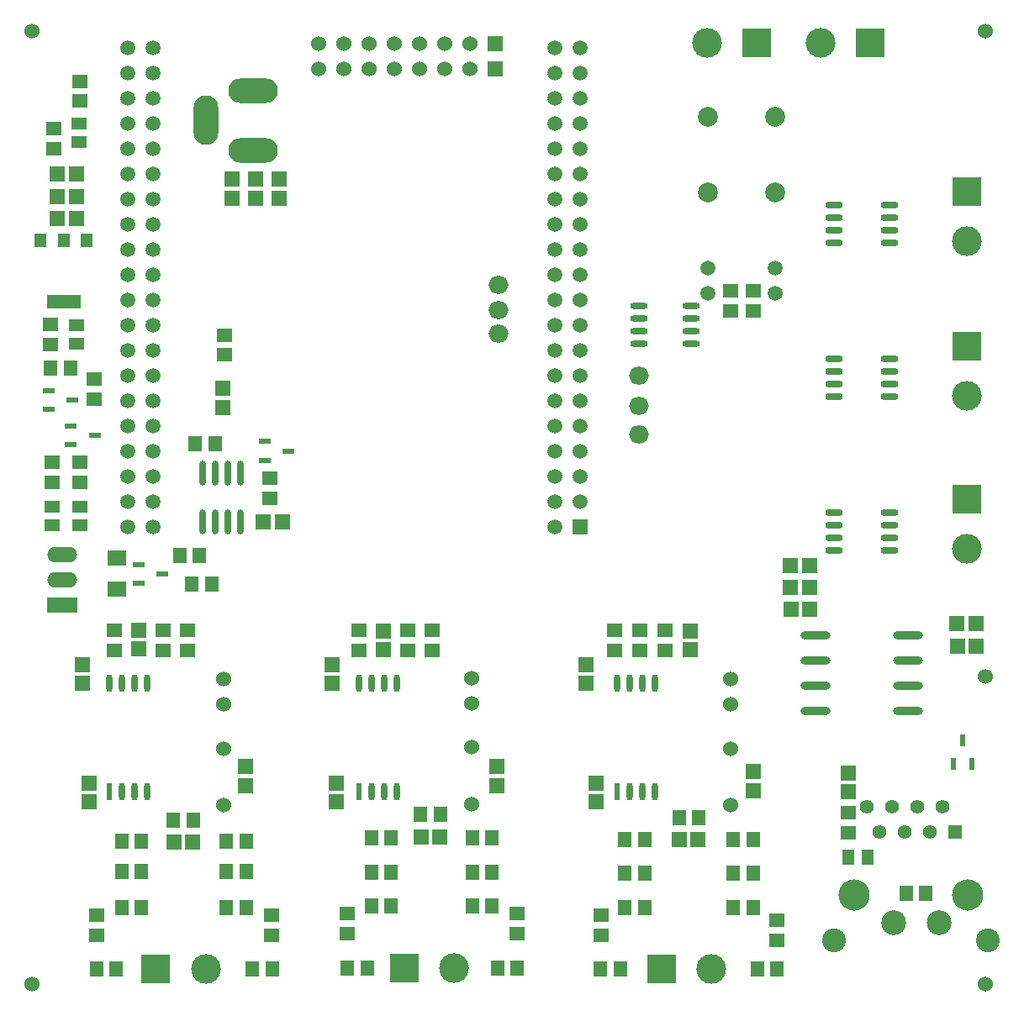
<source format=gbr>
G04 Layer_Color=255*
%FSLAX26Y26*%
%MOIN*%
%TF.FileFunction,Pads,Top*%
%TF.Part,Single*%
G01*
G75*
%TA.AperFunction,SMDPad,CuDef*%
%ADD10R,0.059055X0.055118*%
%ADD11R,0.059055X0.051181*%
%ADD12R,0.051181X0.023622*%
%ADD13R,0.055118X0.059055*%
%ADD14R,0.059055X0.062992*%
%ADD15O,0.027559X0.098425*%
%ADD16R,0.074803X0.059055*%
%ADD17R,0.137795X0.055118*%
%ADD18R,0.047244X0.055118*%
%ADD19R,0.062992X0.059055*%
%ADD20O,0.118110X0.031496*%
%ADD21R,0.051181X0.059055*%
%ADD22R,0.023622X0.051181*%
%ADD23O,0.023622X0.070866*%
%ADD24R,0.023622X0.070866*%
%ADD25O,0.070866X0.023622*%
%ADD26O,0.070866X0.025591*%
%TA.AperFunction,ComponentPad*%
%ADD41O,0.120000X0.060000*%
%ADD42R,0.120000X0.060000*%
%ADD43O,0.196850X0.098425*%
%ADD44O,0.098425X0.196850*%
%ADD45C,0.098425*%
%ADD46R,0.055118X0.055118*%
%ADD47C,0.055118*%
%ADD48C,0.124016*%
%ADD49C,0.094488*%
%ADD50C,0.060000*%
%ADD51R,0.060000X0.060000*%
%TA.AperFunction,WasherPad*%
%ADD52C,0.060000*%
%TA.AperFunction,ViaPad*%
%ADD53O,0.078740X0.070866*%
%TA.AperFunction,ComponentPad*%
%ADD54R,0.118110X0.118110*%
%ADD55C,0.118110*%
%ADD56C,0.059055*%
%ADD57R,0.059055X0.059055*%
%ADD58R,0.118110X0.118110*%
%ADD59C,0.078740*%
D10*
X248000Y2321630D02*
D03*
Y2400370D02*
D03*
X189000Y1990630D02*
D03*
Y2069370D02*
D03*
X81000Y1990630D02*
D03*
Y2069370D02*
D03*
X86000Y3314630D02*
D03*
Y3393370D02*
D03*
X74000Y2537630D02*
D03*
Y2616370D02*
D03*
X943000Y2006370D02*
D03*
Y1927630D02*
D03*
X3235000Y679370D02*
D03*
Y600630D02*
D03*
X190000Y3581370D02*
D03*
Y3502630D02*
D03*
X763000Y2496630D02*
D03*
Y2575370D02*
D03*
X2509640Y1325630D02*
D03*
Y1404370D02*
D03*
X2409820Y1325630D02*
D03*
Y1404370D02*
D03*
X2310000Y1404370D02*
D03*
Y1325630D02*
D03*
X615000Y1404370D02*
D03*
Y1325630D02*
D03*
X518333Y1325630D02*
D03*
Y1404370D02*
D03*
X949862Y195630D02*
D03*
Y274370D02*
D03*
X257461Y195630D02*
D03*
Y274370D02*
D03*
X1295000Y1325630D02*
D03*
Y1404370D02*
D03*
X1585000Y1404370D02*
D03*
Y1325630D02*
D03*
X1488333Y1325630D02*
D03*
Y1404370D02*
D03*
X325000Y1325630D02*
D03*
Y1404370D02*
D03*
X2255000Y195630D02*
D03*
Y274370D02*
D03*
X2954370Y175630D02*
D03*
Y254370D02*
D03*
X1249370Y200630D02*
D03*
Y279370D02*
D03*
X1921772Y200630D02*
D03*
Y279370D02*
D03*
X2770000Y2670630D02*
D03*
Y2749370D02*
D03*
X2860000Y2670630D02*
D03*
Y2749370D02*
D03*
D11*
X191000Y1894402D02*
D03*
Y1819599D02*
D03*
X80000Y1894402D02*
D03*
Y1819599D02*
D03*
X188000Y3339598D02*
D03*
Y3414401D02*
D03*
X175000Y2614402D02*
D03*
Y2539599D02*
D03*
D12*
X249244Y2177000D02*
D03*
X154756Y2139598D02*
D03*
Y2214402D02*
D03*
X161244Y2317000D02*
D03*
X66756Y2279598D02*
D03*
Y2354402D02*
D03*
X517244Y1627000D02*
D03*
X422756Y1589598D02*
D03*
Y1664402D02*
D03*
X1018244Y2115000D02*
D03*
X923756Y2077598D02*
D03*
Y2152402D02*
D03*
D13*
X74630Y2443000D02*
D03*
X153370D02*
D03*
X585630Y1701000D02*
D03*
X664370D02*
D03*
X634630Y1588000D02*
D03*
X713370D02*
D03*
X646630Y2145000D02*
D03*
X725370D02*
D03*
X3544370Y360000D02*
D03*
X3465630D02*
D03*
X639370Y650000D02*
D03*
X560630D02*
D03*
X849370Y566067D02*
D03*
X770630D02*
D03*
X770630Y448933D02*
D03*
X849370D02*
D03*
X355630Y566067D02*
D03*
X434370D02*
D03*
X434370Y448933D02*
D03*
X355630D02*
D03*
X355630Y305000D02*
D03*
X434370D02*
D03*
X849370D02*
D03*
X770630D02*
D03*
X873091Y60000D02*
D03*
X951831D02*
D03*
X334232D02*
D03*
X255492D02*
D03*
X2350630Y575000D02*
D03*
X2429370D02*
D03*
X2429370Y440000D02*
D03*
X2350630D02*
D03*
X2350630Y305000D02*
D03*
X2429370D02*
D03*
X2331772Y60000D02*
D03*
X2253031D02*
D03*
X2859370Y575000D02*
D03*
X2780630D02*
D03*
X2780630Y440000D02*
D03*
X2859370D02*
D03*
X2859370Y305000D02*
D03*
X2780630D02*
D03*
X2875630Y60000D02*
D03*
X2954370D02*
D03*
X2644370Y660000D02*
D03*
X2565630D02*
D03*
X1328740Y65000D02*
D03*
X1250000D02*
D03*
X1345000Y310000D02*
D03*
X1423740D02*
D03*
X1423740Y445000D02*
D03*
X1345000D02*
D03*
X1345630Y580000D02*
D03*
X1424370D02*
D03*
X1845000Y65000D02*
D03*
X1923740D02*
D03*
X1823740Y580000D02*
D03*
X1745000D02*
D03*
X1745000Y445000D02*
D03*
X1823740D02*
D03*
X1823740Y310000D02*
D03*
X1745000D02*
D03*
X1618740Y675000D02*
D03*
X1540000D02*
D03*
D14*
X992402Y1835000D02*
D03*
X917598D02*
D03*
X175401Y3037000D02*
D03*
X100598D02*
D03*
X175401Y3125000D02*
D03*
X100598D02*
D03*
X175401Y3213000D02*
D03*
X100598D02*
D03*
X3008599Y1488000D02*
D03*
X3083402D02*
D03*
X3007599Y1660000D02*
D03*
X3082402D02*
D03*
X3007599Y1575000D02*
D03*
X3082402D02*
D03*
X3744803Y1340000D02*
D03*
X3670000D02*
D03*
X3742401Y1430000D02*
D03*
X3667598D02*
D03*
X2640989Y575539D02*
D03*
X2566186D02*
D03*
X637402Y565000D02*
D03*
X562598D02*
D03*
X1616772Y585000D02*
D03*
X1541968D02*
D03*
D15*
X826000Y2027457D02*
D03*
X776000D02*
D03*
X726000D02*
D03*
X676000D02*
D03*
X826000Y1834543D02*
D03*
X776000D02*
D03*
X726000D02*
D03*
X676000D02*
D03*
D16*
X335000Y1689024D02*
D03*
Y1566976D02*
D03*
D17*
X125000Y2707992D02*
D03*
D18*
X34016Y2952008D02*
D03*
X125000D02*
D03*
X215984D02*
D03*
D19*
X793000Y3118599D02*
D03*
Y3193402D02*
D03*
X887000Y3118599D02*
D03*
Y3193402D02*
D03*
X979000Y3118599D02*
D03*
Y3193402D02*
D03*
X755000Y2288599D02*
D03*
Y2363402D02*
D03*
X3235000Y837402D02*
D03*
Y762598D02*
D03*
X2610000Y1326186D02*
D03*
Y1400989D02*
D03*
X2195000Y1267401D02*
D03*
Y1192598D02*
D03*
X422206Y1329011D02*
D03*
Y1403814D02*
D03*
X225000Y797402D02*
D03*
Y722598D02*
D03*
X1392206Y1326186D02*
D03*
Y1400989D02*
D03*
X2235000Y797402D02*
D03*
Y722598D02*
D03*
X1205000Y797402D02*
D03*
Y722598D02*
D03*
X200000Y1267401D02*
D03*
Y1192598D02*
D03*
X2860000Y842402D02*
D03*
Y767598D02*
D03*
X845000Y862402D02*
D03*
Y787598D02*
D03*
X1190000Y1267401D02*
D03*
Y1192598D02*
D03*
X1844370Y862402D02*
D03*
Y787598D02*
D03*
D20*
X3473071Y1085000D02*
D03*
Y1185000D02*
D03*
Y1285000D02*
D03*
Y1385000D02*
D03*
X3106929Y1085000D02*
D03*
Y1185000D02*
D03*
Y1285000D02*
D03*
Y1385000D02*
D03*
D21*
X3312402Y505000D02*
D03*
X3237599D02*
D03*
D22*
X3690000Y967244D02*
D03*
X3727402Y872756D02*
D03*
X3652598D02*
D03*
D23*
X2470000Y1194134D02*
D03*
X2420000D02*
D03*
X2370000D02*
D03*
X2320000D02*
D03*
X2470000Y765000D02*
D03*
X2420000D02*
D03*
X2370000D02*
D03*
X1445000Y1194134D02*
D03*
X1395000D02*
D03*
X1345000D02*
D03*
X1295000D02*
D03*
X1445000Y765000D02*
D03*
X1395000D02*
D03*
X1345000D02*
D03*
X455000Y1194134D02*
D03*
X405000D02*
D03*
X355000D02*
D03*
X305000D02*
D03*
X455000Y765000D02*
D03*
X405000D02*
D03*
X355000D02*
D03*
D24*
X2320000D02*
D03*
X1295000D02*
D03*
X305000D02*
D03*
D25*
X2614331Y2540000D02*
D03*
Y2590000D02*
D03*
Y2640000D02*
D03*
Y2690000D02*
D03*
X2405669Y2540000D02*
D03*
Y2590000D02*
D03*
Y2640000D02*
D03*
Y2690000D02*
D03*
D26*
X3179764Y3090000D02*
D03*
Y3040000D02*
D03*
Y2990000D02*
D03*
Y2940000D02*
D03*
X3400236Y3090000D02*
D03*
Y3040000D02*
D03*
Y2990000D02*
D03*
Y2940000D02*
D03*
X3179764Y2480000D02*
D03*
Y2430000D02*
D03*
Y2380000D02*
D03*
Y2330000D02*
D03*
X3400236Y2480000D02*
D03*
Y2430000D02*
D03*
Y2380000D02*
D03*
Y2330000D02*
D03*
X3179764Y1870000D02*
D03*
Y1820000D02*
D03*
Y1770000D02*
D03*
Y1720000D02*
D03*
X3400236Y1870000D02*
D03*
Y1820000D02*
D03*
Y1770000D02*
D03*
Y1720000D02*
D03*
D41*
X121000Y1704000D02*
D03*
Y1604000D02*
D03*
D42*
Y1504000D02*
D03*
D43*
X875000Y3308780D02*
D03*
Y3545000D02*
D03*
D44*
X689961Y3426890D02*
D03*
D45*
X3415000Y245000D02*
D03*
X3595000D02*
D03*
D46*
X3660000Y602874D02*
D03*
D47*
X3310000Y702874D02*
D03*
X3610000D02*
D03*
X3360000Y602874D02*
D03*
X3560000D02*
D03*
X3410000Y702874D02*
D03*
X3510000D02*
D03*
X3460000Y602874D02*
D03*
D48*
X3260000Y352874D02*
D03*
X3710000D02*
D03*
D49*
X3179882Y172953D02*
D03*
X3790118D02*
D03*
D50*
X1636000Y3730000D02*
D03*
X1736000D02*
D03*
X1136000D02*
D03*
X1236000D02*
D03*
X1336000D02*
D03*
X1436000D02*
D03*
X1536000D02*
D03*
X1636000Y3630000D02*
D03*
X1736000D02*
D03*
X1136000D02*
D03*
X1236000D02*
D03*
X1336000D02*
D03*
X1436000D02*
D03*
X1536000D02*
D03*
X2770000Y1210591D02*
D03*
Y1110591D02*
D03*
Y935000D02*
D03*
Y710591D02*
D03*
X760000Y1210591D02*
D03*
Y1110591D02*
D03*
Y935000D02*
D03*
Y710591D02*
D03*
X1744370Y1215591D02*
D03*
Y1115591D02*
D03*
Y940000D02*
D03*
Y715591D02*
D03*
D51*
X1836000Y3730000D02*
D03*
Y3630000D02*
D03*
D52*
X3779526Y1220000D02*
D03*
X1Y-0D02*
D03*
Y3779528D02*
D03*
X3779527Y-0D02*
D03*
Y3779528D02*
D03*
D53*
X1850000Y2580000D02*
D03*
Y2675000D02*
D03*
Y2775000D02*
D03*
X2405000Y2415000D02*
D03*
Y2295000D02*
D03*
Y2180000D02*
D03*
D54*
X491575Y60000D02*
D03*
X1475945Y65000D02*
D03*
X2496575Y60000D02*
D03*
X3323425Y3735000D02*
D03*
X2873425D02*
D03*
D55*
X688425Y60000D02*
D03*
X1672795Y65000D02*
D03*
X2693425Y60000D02*
D03*
X3705000Y1726575D02*
D03*
Y2335000D02*
D03*
X3705000Y2946575D02*
D03*
X3126575Y3735000D02*
D03*
X2676575D02*
D03*
D56*
X481000Y1914000D02*
D03*
Y2014000D02*
D03*
Y2114000D02*
D03*
Y2214000D02*
D03*
Y2314000D02*
D03*
Y2414000D02*
D03*
Y2514000D02*
D03*
Y2614000D02*
D03*
Y2714000D02*
D03*
Y2814000D02*
D03*
Y2914000D02*
D03*
Y3014000D02*
D03*
Y3114000D02*
D03*
Y3214000D02*
D03*
Y3314000D02*
D03*
Y3414000D02*
D03*
Y3514000D02*
D03*
Y3614000D02*
D03*
Y3714000D02*
D03*
X381000Y1814000D02*
D03*
Y1914000D02*
D03*
Y2014000D02*
D03*
Y2114000D02*
D03*
Y2214000D02*
D03*
Y2314000D02*
D03*
Y2414000D02*
D03*
Y2514000D02*
D03*
Y2614000D02*
D03*
Y2714000D02*
D03*
Y2814000D02*
D03*
Y2914000D02*
D03*
Y3014000D02*
D03*
Y3114000D02*
D03*
Y3214000D02*
D03*
Y3314000D02*
D03*
Y3414000D02*
D03*
Y3514000D02*
D03*
Y3614000D02*
D03*
Y3714000D02*
D03*
X481000Y1814000D02*
D03*
X2073913Y3714000D02*
D03*
Y3614000D02*
D03*
Y3514000D02*
D03*
Y3414000D02*
D03*
Y3314000D02*
D03*
Y3214000D02*
D03*
Y3114000D02*
D03*
Y3014000D02*
D03*
Y2914000D02*
D03*
Y2814000D02*
D03*
Y2714000D02*
D03*
Y2614000D02*
D03*
Y2514000D02*
D03*
Y2414000D02*
D03*
Y2314000D02*
D03*
Y2214000D02*
D03*
Y2114000D02*
D03*
Y2014000D02*
D03*
Y1914000D02*
D03*
Y1814000D02*
D03*
X2173913Y3714000D02*
D03*
Y3614000D02*
D03*
Y3514000D02*
D03*
Y3414000D02*
D03*
Y3314000D02*
D03*
Y3214000D02*
D03*
Y3114000D02*
D03*
Y3014000D02*
D03*
Y2914000D02*
D03*
Y2814000D02*
D03*
Y2714000D02*
D03*
Y2614000D02*
D03*
Y2514000D02*
D03*
Y2414000D02*
D03*
Y2314000D02*
D03*
Y2214000D02*
D03*
Y2114000D02*
D03*
Y2014000D02*
D03*
Y1914000D02*
D03*
X2680000Y2740000D02*
D03*
Y2840000D02*
D03*
X2945000Y2740000D02*
D03*
Y2840000D02*
D03*
D57*
X2173913Y1814000D02*
D03*
D58*
X3705000Y1923425D02*
D03*
Y2531850D02*
D03*
X3705000Y3143425D02*
D03*
D59*
X2680000Y3140000D02*
D03*
Y3440000D02*
D03*
X2945000Y3140000D02*
D03*
Y3440000D02*
D03*
%TF.MD5,70bf589c4e3b550fed1323a64fbd4007*%
M02*

</source>
